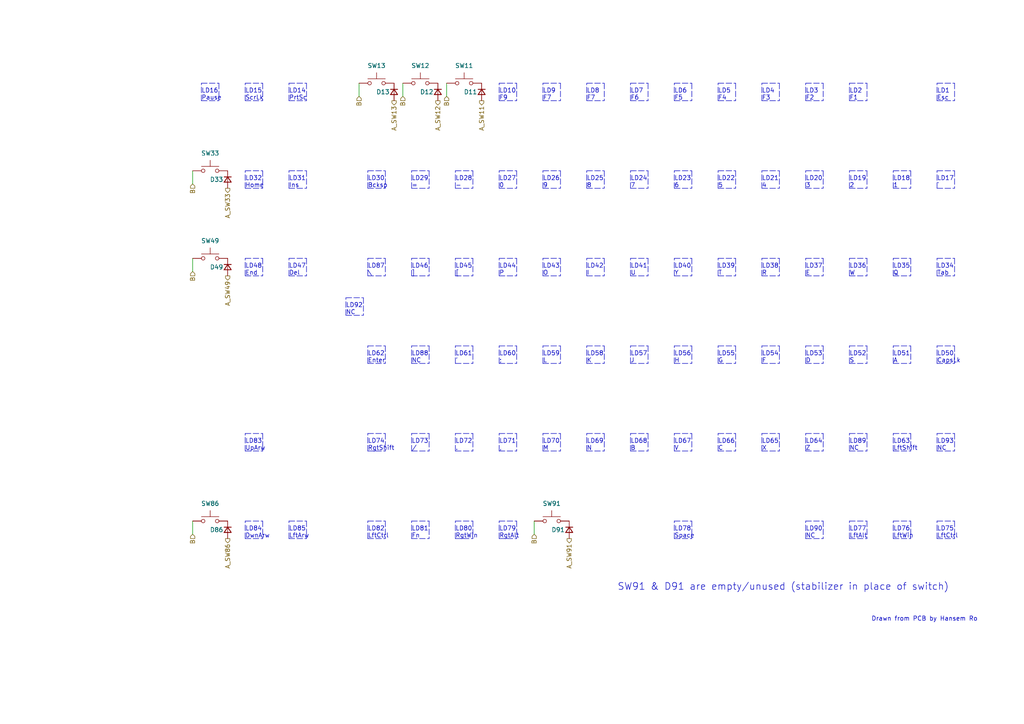
<source format=kicad_sch>
(kicad_sch (version 20211123) (generator eeschema)
  (paper "A4")
  (lib_symbols
    (symbol "Device:D_Small" (pin_numbers hide) (pin_names (offset 0.254) hide)
      (property "Reference" "D" (at -1.27 2.032 0))
      (property "Value" "D_Small" (at -3.81 -2.032 0))
      (symbol "D_Small_0_1"
        (polyline (pts (xy -0.762 -1.016) (xy -0.762 1.016)) (stroke (width 0.254)))
        (polyline (pts (xy -0.762 0) (xy 0.762 0)))
        (polyline (pts (xy 0.762 -1.016) (xy -0.762 0) (xy 0.762 1.016) (xy 0.762 -1.016)) (stroke (width 0.254)))
      )
      (symbol "D_Small_1_1"
        (pin passive line (at -2.54 0 0) (length 1.778) (name "K") (number "1"))
        (pin passive line (at 2.54 0 180) (length 1.778) (name "A") (number "2"))
      )
    )
    (symbol "Switch:SW_Push" (pin_numbers hide) (pin_names (offset 1.016) hide)
      (property "Reference" "SW" (at 1.27 2.54 0))
      (property "Value" "SW_Push" (at 0 -1.524 0))
      (symbol "SW_Push_0_1"
        (circle (center -2.032 0) (radius 0.508))
        (polyline (pts (xy 0 1.27) (xy 0 3.048)))
        (polyline (pts (xy 2.54 1.27) (xy -2.54 1.27)))
        (circle (center 2.032 0) (radius 0.508))
        (pin passive line (at -5.08 0 0) (length 2.54) (name "1") (number "1"))
        (pin passive line (at 5.08 0 180) (length 2.54) (name "2") (number "2"))
      )
    )
  )
  (polyline (pts (xy 226.06 125.73) (xy 226.06 130.81)))
  (polyline (pts (xy 119.38 156.21) (xy 124.46 156.21)))
  (polyline (pts (xy 276.86 151.13) (xy 276.86 156.21)))
  (polyline (pts (xy 271.78 151.13) (xy 276.86 151.13)))
  (polyline (pts (xy 259.08 49.53) (xy 264.16 49.53)))
  (polyline (pts (xy 220.98 24.13) (xy 226.06 24.13)))
  (polyline (pts (xy 226.06 49.53) (xy 226.06 54.61)))
  (polyline (pts (xy 187.96 100.33) (xy 187.96 105.41)))
  (polyline (pts (xy 271.78 80.01) (xy 276.86 80.01)))
  (polyline (pts (xy 83.82 54.61) (xy 83.82 49.53)))
  (polyline (pts (xy 170.18 130.81) (xy 175.26 130.81)))
  (polyline (pts (xy 175.26 49.53) (xy 175.26 54.61)))
  (polyline (pts (xy 259.08 105.41) (xy 264.16 105.41)))
  (polyline (pts (xy 264.16 151.13) (xy 264.16 156.21)))
  (polyline (pts (xy 106.68 125.73) (xy 111.76 125.73)))
  (polyline (pts (xy 233.68 54.61) (xy 238.76 54.61)))
  (polyline (pts (xy 119.38 80.01) (xy 124.46 80.01)))
  (polyline (pts (xy 259.08 80.01) (xy 264.16 80.01)))
  (polyline (pts (xy 271.78 80.01) (xy 271.78 74.93)))
  (polyline (pts (xy 106.68 105.41) (xy 111.76 105.41)))
  (polyline (pts (xy 132.08 100.33) (xy 137.16 100.33)))
  (wire (pts (xy 55.88 49.53) (xy 55.88 53.34)))
  (polyline (pts (xy 157.48 54.61) (xy 157.48 49.53)))
  (polyline (pts (xy 195.58 125.73) (xy 200.66 125.73)))
  (polyline (pts (xy 200.66 49.53) (xy 200.66 54.61)))
  (polyline (pts (xy 195.58 80.01) (xy 195.58 74.93)))
  (polyline (pts (xy 195.58 105.41) (xy 200.66 105.41)))
  (polyline (pts (xy 119.38 151.13) (xy 124.46 151.13)))
  (polyline (pts (xy 208.28 105.41) (xy 213.36 105.41)))
  (polyline (pts (xy 170.18 29.21) (xy 170.18 24.13)))
  (polyline (pts (xy 246.38 80.01) (xy 251.46 80.01)))
  (polyline (pts (xy 157.48 24.13) (xy 162.56 24.13)))
  (polyline (pts (xy 220.98 49.53) (xy 226.06 49.53)))
  (polyline (pts (xy 144.78 130.81) (xy 149.86 130.81)))
  (polyline (pts (xy 208.28 130.81) (xy 213.36 130.81)))
  (polyline (pts (xy 195.58 54.61) (xy 195.58 49.53)))
  (polyline (pts (xy 170.18 29.21) (xy 175.26 29.21)))
  (polyline (pts (xy 195.58 130.81) (xy 195.58 125.73)))
  (polyline (pts (xy 132.08 105.41) (xy 137.16 105.41)))
  (polyline (pts (xy 182.88 54.61) (xy 182.88 49.53)))
  (polyline (pts (xy 246.38 49.53) (xy 251.46 49.53)))
  (polyline (pts (xy 170.18 105.41) (xy 175.26 105.41)))
  (polyline (pts (xy 182.88 105.41) (xy 187.96 105.41)))
  (polyline (pts (xy 144.78 80.01) (xy 149.86 80.01)))
  (polyline (pts (xy 157.48 130.81) (xy 157.48 125.73)))
  (polyline (pts (xy 271.78 24.13) (xy 276.86 24.13)))
  (polyline (pts (xy 88.9 74.93) (xy 88.9 80.01)))
  (polyline (pts (xy 170.18 54.61) (xy 170.18 49.53)))
  (polyline (pts (xy 149.86 49.53) (xy 149.86 54.61)))
  (polyline (pts (xy 251.46 125.73) (xy 251.46 130.81)))
  (polyline (pts (xy 233.68 151.13) (xy 238.76 151.13)))
  (polyline (pts (xy 208.28 130.81) (xy 208.28 125.73)))
  (polyline (pts (xy 106.68 54.61) (xy 106.68 49.53)))
  (polyline (pts (xy 271.78 105.41) (xy 276.86 105.41)))
  (polyline (pts (xy 195.58 130.81) (xy 200.66 130.81)))
  (polyline (pts (xy 132.08 74.93) (xy 137.16 74.93)))
  (polyline (pts (xy 208.28 29.21) (xy 213.36 29.21)))
  (polyline (pts (xy 233.68 49.53) (xy 238.76 49.53)))
  (polyline (pts (xy 144.78 80.01) (xy 144.78 74.93)))
  (polyline (pts (xy 276.86 24.13) (xy 276.86 29.21)))
  (polyline (pts (xy 246.38 54.61) (xy 251.46 54.61)))
  (polyline (pts (xy 88.9 24.13) (xy 88.9 29.21)))
  (polyline (pts (xy 233.68 29.21) (xy 238.76 29.21)))
  (polyline (pts (xy 213.36 125.73) (xy 213.36 130.81)))
  (polyline (pts (xy 58.42 29.21) (xy 63.5 29.21)))
  (polyline (pts (xy 233.68 54.61) (xy 233.68 49.53)))
  (polyline (pts (xy 208.28 24.13) (xy 213.36 24.13)))
  (polyline (pts (xy 76.2 125.73) (xy 76.2 130.81)))
  (polyline (pts (xy 137.16 74.93) (xy 137.16 80.01)))
  (polyline (pts (xy 71.12 54.61) (xy 76.2 54.61)))
  (polyline (pts (xy 213.36 49.53) (xy 213.36 54.61)))
  (polyline (pts (xy 233.68 74.93) (xy 238.76 74.93)))
  (polyline (pts (xy 259.08 130.81) (xy 259.08 125.73)))
  (polyline (pts (xy 220.98 105.41) (xy 220.98 100.33)))
  (polyline (pts (xy 124.46 125.73) (xy 124.46 130.81)))
  (polyline (pts (xy 106.68 80.01) (xy 106.68 74.93)))
  (polyline (pts (xy 124.46 74.93) (xy 124.46 80.01)))
  (polyline (pts (xy 105.41 86.36) (xy 105.41 91.44)))
  (polyline (pts (xy 259.08 156.21) (xy 259.08 151.13)))
  (polyline (pts (xy 200.66 125.73) (xy 200.66 130.81)))
  (polyline (pts (xy 88.9 49.53) (xy 88.9 54.61)))
  (polyline (pts (xy 238.76 151.13) (xy 238.76 156.21)))
  (polyline (pts (xy 157.48 105.41) (xy 162.56 105.41)))
  (polyline (pts (xy 246.38 29.21) (xy 251.46 29.21)))
  (polyline (pts (xy 220.98 105.41) (xy 226.06 105.41)))
  (polyline (pts (xy 246.38 105.41) (xy 251.46 105.41)))
  (polyline (pts (xy 58.42 24.13) (xy 63.5 24.13)))
  (polyline (pts (xy 100.33 86.36) (xy 105.41 86.36)))
  (polyline (pts (xy 271.78 130.81) (xy 271.78 125.73)))
  (polyline (pts (xy 132.08 130.81) (xy 132.08 125.73)))
  (polyline (pts (xy 170.18 130.81) (xy 170.18 125.73)))
  (polyline (pts (xy 238.76 74.93) (xy 238.76 80.01)))
  (polyline (pts (xy 106.68 80.01) (xy 111.76 80.01)))
  (polyline (pts (xy 144.78 54.61) (xy 149.86 54.61)))
  (polyline (pts (xy 271.78 54.61) (xy 276.86 54.61)))
  (polyline (pts (xy 124.46 49.53) (xy 124.46 54.61)))
  (polyline (pts (xy 71.12 125.73) (xy 76.2 125.73)))
  (polyline (pts (xy 76.2 74.93) (xy 76.2 80.01)))
  (polyline (pts (xy 182.88 29.21) (xy 187.96 29.21)))
  (polyline (pts (xy 208.28 49.53) (xy 213.36 49.53)))
  (polyline (pts (xy 162.56 49.53) (xy 162.56 54.61)))
  (polyline (pts (xy 76.2 24.13) (xy 76.2 29.21)))
  (polyline (pts (xy 132.08 54.61) (xy 132.08 49.53)))
  (polyline (pts (xy 144.78 49.53) (xy 149.86 49.53)))
  (polyline (pts (xy 276.86 74.93) (xy 276.86 80.01)))
  (polyline (pts (xy 187.96 74.93) (xy 187.96 80.01)))
  (polyline (pts (xy 132.08 49.53) (xy 137.16 49.53)))
  (polyline (pts (xy 83.82 151.13) (xy 88.9 151.13)))
  (polyline (pts (xy 251.46 74.93) (xy 251.46 80.01)))
  (polyline (pts (xy 149.86 74.93) (xy 149.86 80.01)))
  (polyline (pts (xy 200.66 74.93) (xy 200.66 80.01)))
  (polyline (pts (xy 71.12 130.81) (xy 76.2 130.81)))
  (polyline (pts (xy 119.38 100.33) (xy 124.46 100.33)))
  (polyline (pts (xy 71.12 49.53) (xy 76.2 49.53)))
  (polyline (pts (xy 71.12 156.21) (xy 76.2 156.21)))
  (polyline (pts (xy 195.58 156.21) (xy 195.58 151.13)))
  (polyline (pts (xy 208.28 74.93) (xy 213.36 74.93)))
  (polyline (pts (xy 246.38 156.21) (xy 246.38 151.13)))
  (polyline (pts (xy 170.18 100.33) (xy 175.26 100.33)))
  (polyline (pts (xy 233.68 80.01) (xy 233.68 74.93)))
  (polyline (pts (xy 157.48 29.21) (xy 157.48 24.13)))
  (polyline (pts (xy 182.88 74.93) (xy 187.96 74.93)))
  (polyline (pts (xy 83.82 156.21) (xy 88.9 156.21)))
  (polyline (pts (xy 233.68 125.73) (xy 238.76 125.73)))
  (polyline (pts (xy 246.38 74.93) (xy 251.46 74.93)))
  (polyline (pts (xy 195.58 74.93) (xy 200.66 74.93)))
  (polyline (pts (xy 106.68 105.41) (xy 106.68 100.33)))
  (polyline (pts (xy 220.98 80.01) (xy 220.98 74.93)))
  (wire (pts (xy 55.88 74.93) (xy 55.88 78.74)))
  (polyline (pts (xy 111.76 74.93) (xy 111.76 80.01)))
  (polyline (pts (xy 271.78 74.93) (xy 276.86 74.93)))
  (polyline (pts (xy 132.08 130.81) (xy 137.16 130.81)))
  (polyline (pts (xy 195.58 49.53) (xy 200.66 49.53)))
  (polyline (pts (xy 175.26 74.93) (xy 175.26 80.01)))
  (polyline (pts (xy 170.18 80.01) (xy 175.26 80.01)))
  (polyline (pts (xy 71.12 29.21) (xy 71.12 24.13)))
  (polyline (pts (xy 246.38 125.73) (xy 251.46 125.73)))
  (polyline (pts (xy 58.42 29.21) (xy 58.42 24.13)))
  (polyline (pts (xy 106.68 151.13) (xy 111.76 151.13)))
  (polyline (pts (xy 106.68 156.21) (xy 111.76 156.21)))
  (polyline (pts (xy 137.16 151.13) (xy 137.16 156.21)))
  (polyline (pts (xy 157.48 80.01) (xy 162.56 80.01)))
  (polyline (pts (xy 271.78 100.33) (xy 276.86 100.33)))
  (polyline (pts (xy 71.12 54.61) (xy 71.12 49.53)))
  (polyline (pts (xy 208.28 80.01) (xy 208.28 74.93)))
  (polyline (pts (xy 119.38 105.41) (xy 119.38 100.33)))
  (polyline (pts (xy 226.06 100.33) (xy 226.06 105.41)))
  (polyline (pts (xy 83.82 74.93) (xy 88.9 74.93)))
  (polyline (pts (xy 157.48 29.21) (xy 162.56 29.21)))
  (polyline (pts (xy 182.88 130.81) (xy 187.96 130.81)))
  (polyline (pts (xy 238.76 125.73) (xy 238.76 130.81)))
  (polyline (pts (xy 170.18 24.13) (xy 175.26 24.13)))
  (wire (pts (xy 104.14 24.13) (xy 104.14 27.94)))
  (polyline (pts (xy 170.18 54.61) (xy 175.26 54.61)))
  (polyline (pts (xy 233.68 100.33) (xy 238.76 100.33)))
  (polyline (pts (xy 200.66 151.13) (xy 200.66 156.21)))
  (polyline (pts (xy 157.48 125.73) (xy 162.56 125.73)))
  (polyline (pts (xy 144.78 29.21) (xy 149.86 29.21)))
  (polyline (pts (xy 271.78 54.61) (xy 271.78 49.53)))
  (polyline (pts (xy 88.9 151.13) (xy 88.9 156.21)))
  (polyline (pts (xy 83.82 54.61) (xy 88.9 54.61)))
  (polyline (pts (xy 170.18 125.73) (xy 175.26 125.73)))
  (polyline (pts (xy 271.78 156.21) (xy 271.78 151.13)))
  (polyline (pts (xy 271.78 29.21) (xy 276.86 29.21)))
  (polyline (pts (xy 106.68 130.81) (xy 111.76 130.81)))
  (polyline (pts (xy 246.38 130.81) (xy 246.38 125.73)))
  (polyline (pts (xy 251.46 49.53) (xy 251.46 54.61)))
  (polyline (pts (xy 71.12 29.21) (xy 76.2 29.21)))
  (polyline (pts (xy 246.38 130.81) (xy 251.46 130.81)))
  (polyline (pts (xy 200.66 100.33) (xy 200.66 105.41)))
  (polyline (pts (xy 187.96 125.73) (xy 187.96 130.81)))
  (polyline (pts (xy 271.78 130.81) (xy 276.86 130.81)))
  (polyline (pts (xy 233.68 156.21) (xy 233.68 151.13)))
  (polyline (pts (xy 220.98 54.61) (xy 220.98 49.53)))
  (polyline (pts (xy 182.88 125.73) (xy 187.96 125.73)))
  (polyline (pts (xy 271.78 29.21) (xy 271.78 24.13)))
  (polyline (pts (xy 132.08 151.13) (xy 137.16 151.13)))
  (polyline (pts (xy 149.86 24.13) (xy 149.86 29.21)))
  (polyline (pts (xy 124.46 151.13) (xy 124.46 156.21)))
  (polyline (pts (xy 182.88 49.53) (xy 187.96 49.53)))
  (polyline (pts (xy 187.96 24.13) (xy 187.96 29.21)))
  (polyline (pts (xy 200.66 24.13) (xy 200.66 29.21)))
  (polyline (pts (xy 157.48 49.53) (xy 162.56 49.53)))
  (polyline (pts (xy 195.58 156.21) (xy 200.66 156.21)))
  (polyline (pts (xy 220.98 74.93) (xy 226.06 74.93)))
  (polyline (pts (xy 83.82 80.01) (xy 88.9 80.01)))
  (polyline (pts (xy 220.98 125.73) (xy 226.06 125.73)))
  (polyline (pts (xy 195.58 54.61) (xy 200.66 54.61)))
  (polyline (pts (xy 137.16 100.33) (xy 137.16 105.41)))
  (polyline (pts (xy 106.68 156.21) (xy 106.68 151.13)))
  (polyline (pts (xy 233.68 80.01) (xy 238.76 80.01)))
  (polyline (pts (xy 259.08 125.73) (xy 264.16 125.73)))
  (polyline (pts (xy 132.08 80.01) (xy 137.16 80.01)))
  (polyline (pts (xy 182.88 54.61) (xy 187.96 54.61)))
  (polyline (pts (xy 71.12 24.13) (xy 76.2 24.13)))
  (polyline (pts (xy 157.48 54.61) (xy 162.56 54.61)))
  (polyline (pts (xy 162.56 74.93) (xy 162.56 80.01)))
  (polyline (pts (xy 124.46 100.33) (xy 124.46 105.41)))
  (wire (pts (xy 129.54 24.13) (xy 129.54 27.94)))
  (polyline (pts (xy 63.5 24.13) (xy 63.5 29.21)))
  (polyline (pts (xy 246.38 80.01) (xy 246.38 74.93)))
  (polyline (pts (xy 220.98 29.21) (xy 220.98 24.13)))
  (polyline (pts (xy 182.88 80.01) (xy 187.96 80.01)))
  (polyline (pts (xy 157.48 100.33) (xy 162.56 100.33)))
  (polyline (pts (xy 182.88 100.33) (xy 187.96 100.33)))
  (polyline (pts (xy 195.58 100.33) (xy 200.66 100.33)))
  (polyline (pts (xy 182.88 24.13) (xy 187.96 24.13)))
  (polyline (pts (xy 162.56 125.73) (xy 162.56 130.81)))
  (polyline (pts (xy 264.16 100.33) (xy 264.16 105.41)))
  (polyline (pts (xy 106.68 74.93) (xy 111.76 74.93)))
  (polyline (pts (xy 144.78 156.21) (xy 144.78 151.13)))
  (polyline (pts (xy 233.68 29.21) (xy 233.68 24.13)))
  (polyline (pts (xy 246.38 105.41) (xy 246.38 100.33)))
  (polyline (pts (xy 71.12 80.01) (xy 71.12 74.93)))
  (polyline (pts (xy 208.28 125.73) (xy 213.36 125.73)))
  (polyline (pts (xy 106.68 49.53) (xy 111.76 49.53)))
  (polyline (pts (xy 271.78 105.41) (xy 271.78 100.33)))
  (polyline (pts (xy 264.16 74.93) (xy 264.16 80.01)))
  (polyline (pts (xy 144.78 130.81) (xy 144.78 125.73)))
  (polyline (pts (xy 106.68 54.61) (xy 111.76 54.61)))
  (polyline (pts (xy 76.2 49.53) (xy 76.2 54.61)))
  (polyline (pts (xy 233.68 130.81) (xy 233.68 125.73)))
  (polyline (pts (xy 132.08 156.21) (xy 132.08 151.13)))
  (polyline (pts (xy 238.76 24.13) (xy 238.76 29.21)))
  (polyline (pts (xy 144.78 156.21) (xy 149.86 156.21)))
  (polyline (pts (xy 238.76 49.53) (xy 238.76 54.61)))
  (polyline (pts (xy 259.08 130.81) (xy 264.16 130.81)))
  (polyline (pts (xy 195.58 24.13) (xy 200.66 24.13)))
  (polyline (pts (xy 271.78 156.21) (xy 276.86 156.21)))
  (polyline (pts (xy 144.78 24.13) (xy 149.86 24.13)))
  (polyline (pts (xy 259.08 151.13) (xy 264.16 151.13)))
  (polyline (pts (xy 220.98 80.01) (xy 226.06 80.01)))
  (polyline (pts (xy 76.2 151.13) (xy 76.2 156.21)))
  (polyline (pts (xy 259.08 54.61) (xy 264.16 54.61)))
  (polyline (pts (xy 182.88 29.21) (xy 182.88 24.13)))
  (polyline (pts (xy 144.78 54.61) (xy 144.78 49.53)))
  (polyline (pts (xy 220.98 100.33) (xy 226.06 100.33)))
  (polyline (pts (xy 157.48 74.93) (xy 162.56 74.93)))
  (polyline (pts (xy 195.58 80.01) (xy 200.66 80.01)))
  (polyline (pts (xy 119.38 54.61) (xy 124.46 54.61)))
  (polyline (pts (xy 137.16 125.73) (xy 137.16 130.81)))
  (wire (pts (xy 55.88 151.13) (xy 55.88 154.94)))
  (polyline (pts (xy 246.38 156.21) (xy 251.46 156.21)))
  (polyline (pts (xy 119.38 54.61) (xy 119.38 49.53)))
  (polyline (pts (xy 83.82 156.21) (xy 83.82 151.13)))
  (polyline (pts (xy 195.58 29.21) (xy 200.66 29.21)))
  (polyline (pts (xy 111.76 100.33) (xy 111.76 105.41)))
  (polyline (pts (xy 251.46 100.33) (xy 251.46 105.41)))
  (polyline (pts (xy 157.48 80.01) (xy 157.48 74.93)))
  (polyline (pts (xy 83.82 49.53) (xy 88.9 49.53)))
  (polyline (pts (xy 233.68 24.13) (xy 238.76 24.13)))
  (polyline (pts (xy 111.76 49.53) (xy 111.76 54.61)))
  (polyline (pts (xy 246.38 151.13) (xy 251.46 151.13)))
  (polyline (pts (xy 259.08 80.01) (xy 259.08 74.93)))
  (polyline (pts (xy 233.68 105.41) (xy 233.68 100.33)))
  (polyline (pts (xy 132.08 156.21) (xy 137.16 156.21)))
  (polyline (pts (xy 162.56 100.33) (xy 162.56 105.41)))
  (polyline (pts (xy 144.78 100.33) (xy 149.86 100.33)))
  (polyline (pts (xy 213.36 24.13) (xy 213.36 29.21)))
  (polyline (pts (xy 175.26 100.33) (xy 175.26 105.41)))
  (polyline (pts (xy 144.78 105.41) (xy 149.86 105.41)))
  (polyline (pts (xy 119.38 74.93) (xy 124.46 74.93)))
  (polyline (pts (xy 144.78 125.73) (xy 149.86 125.73)))
  (polyline (pts (xy 182.88 80.01) (xy 182.88 74.93)))
  (polyline (pts (xy 246.38 24.13) (xy 251.46 24.13)))
  (polyline (pts (xy 246.38 54.61) (xy 246.38 49.53)))
  (polyline (pts (xy 276.86 100.33) (xy 276.86 105.41)))
  (polyline (pts (xy 213.36 100.33) (xy 213.36 105.41)))
  (polyline (pts (xy 149.86 151.13) (xy 149.86 156.21)))
  (polyline (pts (xy 170.18 80.01) (xy 170.18 74.93)))
  (polyline (pts (xy 119.38 156.21) (xy 119.38 151.13)))
  (polyline (pts (xy 271.78 125.73) (xy 276.86 125.73)))
  (polyline (pts (xy 208.28 54.61) (xy 213.36 54.61)))
  (polyline (pts (xy 83.82 29.21) (xy 83.82 24.13)))
  (polyline (pts (xy 157.48 130.81) (xy 162.56 130.81)))
  (polyline (pts (xy 195.58 151.13) (xy 200.66 151.13)))
  (polyline (pts (xy 175.26 125.73) (xy 175.26 130.81)))
  (polyline (pts (xy 220.98 130.81) (xy 226.06 130.81)))
  (polyline (pts (xy 71.12 151.13) (xy 76.2 151.13)))
  (polyline (pts (xy 182.88 130.81) (xy 182.88 125.73)))
  (polyline (pts (xy 220.98 29.21) (xy 226.06 29.21)))
  (polyline (pts (xy 132.08 54.61) (xy 137.16 54.61)))
  (polyline (pts (xy 170.18 74.93) (xy 175.26 74.93)))
  (polyline (pts (xy 144.78 105.41) (xy 144.78 100.33)))
  (polyline (pts (xy 132.08 125.73) (xy 137.16 125.73)))
  (polyline (pts (xy 259.08 100.33) (xy 264.16 100.33)))
  (polyline (pts (xy 106.68 100.33) (xy 111.76 100.33)))
  (polyline (pts (xy 144.78 151.13) (xy 149.86 151.13)))
  (polyline (pts (xy 119.38 130.81) (xy 124.46 130.81)))
  (polyline (pts (xy 119.38 125.73) (xy 124.46 125.73)))
  (polyline (pts (xy 111.76 151.13) (xy 111.76 156.21)))
  (polyline (pts (xy 233.68 130.81) (xy 238.76 130.81)))
  (polyline (pts (xy 208.28 29.21) (xy 208.28 24.13)))
  (polyline (pts (xy 259.08 54.61) (xy 259.08 49.53)))
  (polyline (pts (xy 251.46 24.13) (xy 251.46 29.21)))
  (polyline (pts (xy 187.96 49.53) (xy 187.96 54.61)))
  (polyline (pts (xy 246.38 29.21) (xy 246.38 24.13)))
  (polyline (pts (xy 132.08 105.41) (xy 132.08 100.33)))
  (polyline (pts (xy 119.38 49.53) (xy 124.46 49.53)))
  (polyline (pts (xy 71.12 156.21) (xy 71.12 151.13)))
  (polyline (pts (xy 226.06 24.13) (xy 226.06 29.21)))
  (polyline (pts (xy 259.08 156.21) (xy 264.16 156.21)))
  (polyline (pts (xy 220.98 130.81) (xy 220.98 125.73)))
  (polyline (pts (xy 238.76 100.33) (xy 238.76 105.41)))
  (polyline (pts (xy 119.38 105.41) (xy 124.46 105.41)))
  (polyline (pts (xy 264.16 125.73) (xy 264.16 130.81)))
  (wire (pts (xy 116.84 24.13) (xy 116.84 27.94)))
  (polyline (pts (xy 233.68 105.41) (xy 238.76 105.41)))
  (polyline (pts (xy 208.28 100.33) (xy 213.36 100.33)))
  (polyline (pts (xy 71.12 74.93) (xy 76.2 74.93)))
  (polyline (pts (xy 251.46 151.13) (xy 251.46 156.21)))
  (polyline (pts (xy 71.12 130.81) (xy 71.12 125.73)))
  (polyline (pts (xy 83.82 80.01) (xy 83.82 74.93)))
  (polyline (pts (xy 119.38 80.01) (xy 119.38 74.93)))
  (polyline (pts (xy 276.86 49.53) (xy 276.86 54.61)))
  (polyline (pts (xy 119.38 130.81) (xy 119.38 125.73)))
  (polyline (pts (xy 132.08 80.01) (xy 132.08 74.93)))
  (polyline (pts (xy 195.58 105.41) (xy 195.58 100.33)))
  (polyline (pts (xy 259.08 74.93) (xy 264.16 74.93)))
  (polyline (pts (xy 83.82 29.21) (xy 88.9 29.21)))
  (polyline (pts (xy 100.33 91.44) (xy 100.33 86.36)))
  (polyline (pts (xy 106.68 130.81) (xy 106.68 125.73)))
  (polyline (pts (xy 157.48 105.41) (xy 157.48 100.33)))
  (polyline (pts (xy 233.68 156.21) (xy 238.76 156.21)))
  (polyline (pts (xy 175.26 24.13) (xy 175.26 29.21)))
  (polyline (pts (xy 220.98 54.61) (xy 226.06 54.61)))
  (polyline (pts (xy 208.28 80.01) (xy 213.36 80.01)))
  (polyline (pts (xy 246.38 100.33) (xy 251.46 100.33)))
  (wire (pts (xy 154.94 151.13) (xy 154.94 154.94)))
  (polyline (pts (xy 195.58 29.21) (xy 195.58 24.13)))
  (polyline (pts (xy 149.86 125.73) (xy 149.86 130.81)))
  (polyline (pts (xy 208.28 54.61) (xy 208.28 49.53)))
  (polyline (pts (xy 271.78 49.53) (xy 276.86 49.53)))
  (polyline (pts (xy 83.82 24.13) (xy 88.9 24.13)))
  (polyline (pts (xy 149.86 100.33) (xy 149.86 105.41)))
  (polyline (pts (xy 170.18 105.41) (xy 170.18 100.33)))
  (polyline (pts (xy 226.06 74.93) (xy 226.06 80.01)))
  (polyline (pts (xy 100.33 91.44) (xy 105.41 91.44)))
  (polyline (pts (xy 111.76 125.73) (xy 111.76 130.81)))
  (polyline (pts (xy 162.56 24.13) (xy 162.56 29.21)))
  (polyline (pts (xy 137.16 49.53) (xy 137.16 54.61)))
  (polyline (pts (xy 144.78 29.21) (xy 144.78 24.13)))
  (polyline (pts (xy 259.08 105.41) (xy 259.08 100.33)))
  (polyline (pts (xy 170.18 49.53) (xy 175.26 49.53)))
  (polyline (pts (xy 182.88 105.41) (xy 182.88 100.33)))
  (polyline (pts (xy 276.86 125.73) (xy 276.86 130.81)))
  (polyline (pts (xy 264.16 49.53) (xy 264.16 54.61)))
  (polyline (pts (xy 144.78 74.93) (xy 149.86 74.93)))
  (polyline (pts (xy 213.36 74.93) (xy 213.36 80.01)))
  (polyline (pts (xy 71.12 80.01) (xy 76.2 80.01)))
  (polyline (pts (xy 208.28 105.41) (xy 208.28 100.33)))
  (text "LD31\nIns" (at 83.82 54.61 0) (effects (font (size 1.27 1.27)) (justify left bottom)))
  (text "LD20\n3" (at 233.68 54.61 0) (effects (font (size 1.27 1.27)) (justify left bottom)))
  (text "LD67\nV" (at 195.58 130.81 0) (effects (font (size 1.27 1.27)) (justify left bottom)))
  (text "LD73\n/" (at 119.38 130.81 0) (effects (font (size 1.27 1.27)) (justify left bottom)))
  (text "LD55\nG" (at 208.28 105.41 0) (effects (font (size 1.27 1.27)) (justify left bottom)))
  (text "LD88\nNC" (at 119.38 105.41 0) (effects (font (size 1.27 1.27)) (justify left bottom)))
  (text "LD65\nX" (at 220.98 130.81 0) (effects (font (size 1.27 1.27)) (justify left bottom)))
  (text "LD32\nHome" (at 71.12 54.61 0) (effects (font (size 1.27 1.27)) (justify left bottom)))
  (text "LD54\nF" (at 220.98 105.41 0) (effects (font (size 1.27 1.27)) (justify left bottom)))
  (text "SW91 & D91 are empty/unused (stabilizer in place of switch)" (at 179.07 171.45 0) (effects (font (size 2 2)) (justify left bottom)))
  (text "LD10\nF9" (at 144.78 29.21 0) (effects (font (size 1.27 1.27)) (justify left bottom)))
  (text "LD64\nZ" (at 233.68 130.81 0) (effects (font (size 1.27 1.27)) (justify left bottom)))
  (text "LD87\n\\" (at 106.68 80.01 0) (effects (font (size 1.27 1.27)) (justify left bottom)))
  (text "LD27\n0" (at 144.78 54.61 0) (effects (font (size 1.27 1.27)) (justify left bottom)))
  (text "LD66\nC" (at 208.28 130.81 0) (effects (font (size 1.27 1.27)) (justify left bottom)))
  (text "LD56\nH" (at 195.58 105.41 0) (effects (font (size 1.27 1.27)) (justify left bottom)))
  (text "LD19\n2" (at 246.38 54.61 0) (effects (font (size 1.27 1.27)) (justify left bottom)))
  (text "LD58\nK" (at 170.18 105.41 0) (effects (font (size 1.27 1.27)) (justify left bottom)))
  (text "LD60\n;" (at 144.78 105.41 0) (effects (font (size 1.27 1.27)) (justify left bottom)))
  (text "LD79\nRgtAlt" (at 144.78 156.21 0) (effects (font (size 1.27 1.27)) (justify left bottom)))
  (text "LD30\nBcksp" (at 106.68 54.61 0) (effects (font (size 1.27 1.27)) (justify left bottom)))
  (text "LD24\n7" (at 182.88 54.61 0) (effects (font (size 1.27 1.27)) (justify left bottom)))
  (text "LD36\nW" (at 246.38 80.01 0) (effects (font (size 1.27 1.27)) (justify left bottom)))
  (text "LD51\nA" (at 259.08 105.41 0) (effects (font (size 1.27 1.27)) (justify left bottom)))
  (text "LD35\nQ" (at 259.08 80.01 0) (effects (font (size 1.27 1.27)) (justify left bottom)))
  (text "LD72\n." (at 132.08 130.81 0) (effects (font (size 1.27 1.27)) (justify left bottom)))
  (text "LD4\nF3" (at 220.98 29.21 0) (effects (font (size 1.27 1.27)) (justify left bottom)))
  (text "LD15\nScrLk" (at 71.12 29.21 0) (effects (font (size 1.27 1.27)) (justify left bottom)))
  (text "LD59\nL" (at 157.48 105.41 0) (effects (font (size 1.27 1.27)) (justify left bottom)))
  (text "LD57\nJ" (at 182.88 105.41 0) (effects (font (size 1.27 1.27)) (justify left bottom)))
  (text "LD40\nY" (at 195.58 80.01 0) (effects (font (size 1.27 1.27)) (justify left bottom)))
  (text "LD74\nRgtShift" (at 106.68 130.81 0) (effects (font (size 1.27 1.27)) (justify left bottom)))
  (text "LD6\nF5" (at 195.58 29.21 0) (effects (font (size 1.27 1.27)) (justify left bottom)))
  (text "LD80\nRgtWin" (at 132.08 156.21 0) (effects (font (size 1.27 1.27)) (justify left bottom)))
  (text "LD50\nCapsLk" (at 271.78 105.41 0) (effects (font (size 1.27 1.27)) (justify left bottom)))
  (text "LD70\nM" (at 157.48 130.81 0) (effects (font (size 1.27 1.27)) (justify left bottom)))
  (text "LD38\nR" (at 220.98 80.01 0) (effects (font (size 1.27 1.27)) (justify left bottom)))
  (text "LD7\nF6" (at 182.88 29.21 0) (effects (font (size 1.27 1.27)) (justify left bottom)))
  (text "LD9\nF7" (at 157.48 29.21 0) (effects (font (size 1.27 1.27)) (justify left bottom)))
  (text "LD84\nDwnArw" (at 71.12 156.21 0) (effects (font (size 1.27 1.27)) (justify left bottom)))
  (text "LD17\n`" (at 271.78 54.61 0) (effects (font (size 1.27 1.27)) (justify left bottom)))
  (text "LD41\nU" (at 182.88 80.01 0) (effects (font (size 1.27 1.27)) (justify left bottom)))
  (text "LD68\nB" (at 182.88 130.81 0) (effects (font (size 1.27 1.27)) (justify left bottom)))
  (text "LD63\nLftShift" (at 259.08 130.81 0) (effects (font (size 1.27 1.27)) (justify left bottom)))
  (text "LD90\nNC" (at 233.68 156.21 0) (effects (font (size 1.27 1.27)) (justify left bottom)))
  (text "LD26\n9" (at 157.48 54.61 0) (effects (font (size 1.27 1.27)) (justify left bottom)))
  (text "LD42\nI" (at 170.18 80.01 0) (effects (font (size 1.27 1.27)) (justify left bottom)))
  (text "LD18\n1" (at 259.08 54.61 0) (effects (font (size 1.27 1.27)) (justify left bottom)))
  (text "LD48\nEnd" (at 71.12 80.01 0) (effects (font (size 1.27 1.27)) (justify left bottom)))
  (text "LD76\nLftWin" (at 259.08 156.21 0) (effects (font (size 1.27 1.27)) (justify left bottom)))
  (text "LD46\n]" (at 119.38 80.01 0) (effects (font (size 1.27 1.27)) (justify left bottom)))
  (text "LD29\n=" (at 119.38 54.61 0) (effects (font (size 1.27 1.27)) (justify left bottom)))
  (text "LD71\n," (at 144.78 130.81 0) (effects (font (size 1.27 1.27)) (justify left bottom)))
  (text "LD37\nE" (at 233.68 80.01 0) (effects (font (size 1.27 1.27)) (justify left bottom)))
  (text "LD89\nNC" (at 246.38 130.81 0) (effects (font (size 1.27 1.27)) (justify left bottom)))
  (text "LD5\nF4" (at 208.28 29.21 0) (effects (font (size 1.27 1.27)) (justify left bottom)))
  (text "LD14\nPrtSc" (at 83.82 29.21 0) (effects (font (size 1.27 1.27)) (justify left bottom)))
  (text "LD44\nP" (at 144.78 80.01 0) (effects (font (size 1.27 1.27)) (justify left bottom)))
  (text "LD21\n4" (at 220.98 54.61 0) (effects (font (size 1.27 1.27)) (justify left bottom)))
  (text "LD3\nF2" (at 233.68 29.21 0) (effects (font (size 1.27 1.27)) (justify left bottom)))
  (text "LD69\nN" (at 170.18 130.81 0) (effects (font (size 1.27 1.27)) (justify left bottom)))
  (text "LD82\nLftCtrl" (at 106.68 156.21 0) (effects (font (size 1.27 1.27)) (justify left bottom)))
  (text "LD28\n-" (at 132.08 54.61 0) (effects (font (size 1.27 1.27)) (justify left bottom)))
  (text "LD1\nEsc" (at 271.78 29.21 0) (effects (font (size 1.27 1.27)) (justify left bottom)))
  (text "LD81\nFn" (at 119.38 156.21 0) (effects (font (size 1.27 1.27)) (justify left bottom)))
  (text "LD39\nT" (at 208.28 80.01 0) (effects (font (size 1.27 1.27)) (justify left bottom)))
  (text "LD45\n[" (at 132.08 80.01 0) (effects (font (size 1.27 1.27)) (justify left bottom)))
  (text "LD93\nNC" (at 271.78 130.81 0) (effects (font (size 1.27 1.27)) (justify left bottom)))
  (text "LD43\nO" (at 157.48 80.01 0) (effects (font (size 1.27 1.27)) (justify left bottom)))
  (text "LD47\nDel" (at 83.82 80.01 0) (effects (font (size 1.27 1.27)) (justify left bottom)))
  (text "LD52\nS" (at 246.38 105.41 0) (effects (font (size 1.27 1.27)) (justify left bottom)))
  (text "LD2\nF1" (at 246.38 29.21 0) (effects (font (size 1.27 1.27)) (justify left bottom)))
  (text "LD16\nPause" (at 58.42 29.21 0) (effects (font (size 1.27 1.27)) (justify left bottom)))
  (text "LD83\nUpArw" (at 71.12 130.81 0) (effects (font (size 1.27 1.27)) (justify left bottom)))
  (text "LD53\nD" (at 233.68 105.41 0) (effects (font (size 1.27 1.27)) (justify left bottom)))
  (text "LD8\nF7" (at 170.18 29.21 0) (effects (font (size 1.27 1.27)) (justify left bottom)))
  (text "LD61\n'" (at 132.08 105.41 0) (effects (font (size 1.27 1.27)) (justify left bottom)))
  (text "Drawn from PCB by Hansem Ro" (at 252.73 180.34 0) (effects (font (size 1.27 1.27)) (justify left bottom)))
  (text "LD85\nLftArw" (at 83.82 156.21 0) (effects (font (size 1.27 1.27)) (justify left bottom)))
  (text "LD25\n8" (at 170.18 54.61 0) (effects (font (size 1.27 1.27)) (justify left bottom)))
  (text "LD78\nSpace" (at 195.58 156.21 0) (effects (font (size 1.27 1.27)) (justify left bottom)))
  (text "LD34\nTab" (at 271.78 80.01 0) (effects (font (size 1.27 1.27)) (justify left bottom)))
  (text "LD75\nLftCtrl" (at 271.78 156.21 0) (effects (font (size 1.27 1.27)) (justify left bottom)))
  (text "LD92\nNC" (at 100.33 91.44 0) (effects (font (size 1.27 1.27)) (justify left bottom)))
  (text "LD23\n6" (at 195.58 54.61 0) (effects (font (size 1.27 1.27)) (justify left bottom)))
  (text "LD22\n5" (at 208.28 54.61 0) (effects (font (size 1.27 1.27)) (justify left bottom)))
  (text "LD77\nLftAlt" (at 246.38 156.21 0) (effects (font (size 1.27 1.27)) (justify left bottom)))
  (text "LD62\nEnter" (at 106.68 105.41 0) (effects (font (size 1.27 1.27)) (justify left bottom)))
  (hierarchical_label "B" (shape input) (at 154.94 154.94 270))
  (hierarchical_label "A_SW12" (shape output) (at 127 29.21 270))
  (hierarchical_label "A_SW86" (shape output) (at 66.04 156.21 270))
  (hierarchical_label "B" (shape input) (at 104.14 27.94 270))
  (hierarchical_label "B" (shape input) (at 116.84 27.94 270))
  (hierarchical_label "A_SW11" (shape output) (at 139.7 29.21 270))
  (hierarchical_label "A_SW91" (shape output) (at 165.1 156.21 270))
  (hierarchical_label "B" (shape input) (at 55.88 78.74 270))
  (hierarchical_label "B" (shape input) (at 55.88 154.94 270))
  (hierarchical_label "A_SW33" (shape output) (at 66.04 54.61 270))
  (hierarchical_label "A_SW49" (shape output) (at 66.04 80.01 270))
  (hierarchical_label "A_SW13" (shape output) (at 114.3 29.21 270))
  (hierarchical_label "B" (shape input) (at 129.54 27.94 270))
  (hierarchical_label "B" (shape input) (at 55.88 53.34 270))
  (symbol (lib_id "Switch:SW_Push") (at 60.96 151.13 0) (unit 1)
    (property "Reference" "SW86" (at 60.96 146.05 0))
  )
  (symbol (lib_id "Device:D_Small") (at 165.1 153.67 270) (unit 1)
    (property "Reference" "D91" (at 163.83 153.67 90) (effects (justify right)))
  )
  (symbol (lib_id "Switch:SW_Push") (at 60.96 74.93 0) (unit 1)
    (property "Reference" "SW49" (at 60.96 69.85 0))
  )
  (symbol (lib_id "Device:D_Small") (at 66.04 52.07 270) (unit 1)
    (property "Reference" "D33" (at 64.77 52.07 90) (effects (justify right)))
  )
  (symbol (lib_id "Device:D_Small") (at 139.7 26.67 270) (unit 1)
    (property "Reference" "D11" (at 138.43 26.67 90) (effects (justify right)))
  )
  (symbol (lib_id "Switch:SW_Push") (at 134.62 24.13 0) (unit 1)
    (property "Reference" "SW11" (at 134.62 19.05 0))
  )
  (symbol (lib_id "Switch:SW_Push") (at 109.22 24.13 0) (unit 1)
    (property "Reference" "SW13" (at 109.22 19.05 0))
  )
  (symbol (lib_id "Switch:SW_Push") (at 60.96 49.53 0) (unit 1)
    (property "Reference" "SW33" (at 60.96 44.45 0))
  )
  (symbol (lib_id "Device:D_Small") (at 66.04 153.67 270) (unit 1)
    (property "Reference" "D86" (at 64.77 153.67 90) (effects (justify right)))
  )
  (symbol (lib_id "Switch:SW_Push") (at 121.92 24.13 0) (unit 1)
    (property "Reference" "SW12" (at 121.92 19.05 0))
  )
  (symbol (lib_id "Device:D_Small") (at 114.3 26.67 270) (unit 1)
    (property "Reference" "D13" (at 113.03 26.67 90) (effects (justify right)))
  )
  (symbol (lib_id "Device:D_Small") (at 127 26.67 270) (unit 1)
    (property "Reference" "D12" (at 125.73 26.67 90) (effects (justify right)))
  )
  (symbol (lib_id "Switch:SW_Push") (at 160.02 151.13 0) (unit 1)
    (property "Reference" "SW91" (at 160.02 146.05 0))
  )
  (symbol (lib_id "Device:D_Small") (at 66.04 77.47 270) (unit 1)
    (property "Reference" "D49" (at 64.77 77.47 90) (effects (justify right)))
  )
)
</source>
